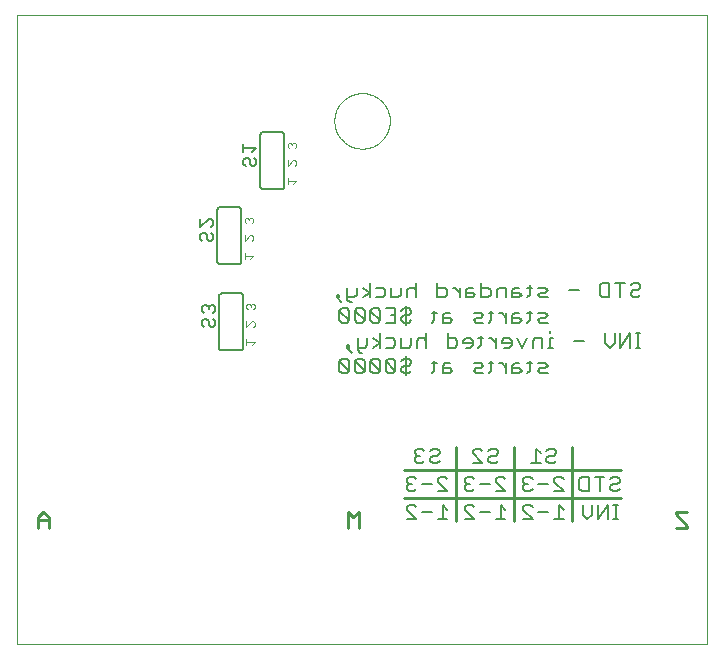
<source format=gbo>
G75*
%MOIN*%
%OFA0B0*%
%FSLAX24Y24*%
%IPPOS*%
%LPD*%
%AMOC8*
5,1,8,0,0,1.08239X$1,22.5*
%
%ADD10C,0.0000*%
%ADD11C,0.0080*%
%ADD12C,0.0100*%
%ADD13C,0.0060*%
%ADD14C,0.0040*%
D10*
X000100Y000100D02*
X000100Y021060D01*
X023100Y021060D01*
X023100Y000100D01*
X000100Y000100D01*
X010671Y017547D02*
X010673Y017607D01*
X010679Y017668D01*
X010689Y017727D01*
X010703Y017786D01*
X010720Y017844D01*
X010741Y017901D01*
X010766Y017956D01*
X010795Y018009D01*
X010827Y018061D01*
X010862Y018110D01*
X010901Y018157D01*
X010942Y018201D01*
X010986Y018242D01*
X011033Y018281D01*
X011082Y018316D01*
X011133Y018348D01*
X011187Y018377D01*
X011242Y018402D01*
X011299Y018423D01*
X011357Y018440D01*
X011416Y018454D01*
X011475Y018464D01*
X011536Y018470D01*
X011596Y018472D01*
X011656Y018470D01*
X011717Y018464D01*
X011776Y018454D01*
X011835Y018440D01*
X011893Y018423D01*
X011950Y018402D01*
X012005Y018377D01*
X012058Y018348D01*
X012110Y018316D01*
X012159Y018281D01*
X012206Y018242D01*
X012250Y018201D01*
X012291Y018157D01*
X012330Y018110D01*
X012365Y018061D01*
X012397Y018010D01*
X012426Y017956D01*
X012451Y017901D01*
X012472Y017844D01*
X012489Y017786D01*
X012503Y017727D01*
X012513Y017668D01*
X012519Y017607D01*
X012521Y017547D01*
X012519Y017487D01*
X012513Y017426D01*
X012503Y017367D01*
X012489Y017308D01*
X012472Y017250D01*
X012451Y017193D01*
X012426Y017138D01*
X012397Y017085D01*
X012365Y017033D01*
X012330Y016984D01*
X012291Y016937D01*
X012250Y016893D01*
X012206Y016852D01*
X012159Y016813D01*
X012110Y016778D01*
X012059Y016746D01*
X012005Y016717D01*
X011950Y016692D01*
X011893Y016671D01*
X011835Y016654D01*
X011776Y016640D01*
X011717Y016630D01*
X011656Y016624D01*
X011596Y016622D01*
X011536Y016624D01*
X011475Y016630D01*
X011416Y016640D01*
X011357Y016654D01*
X011299Y016671D01*
X011242Y016692D01*
X011187Y016717D01*
X011134Y016746D01*
X011082Y016778D01*
X011033Y016813D01*
X010986Y016852D01*
X010942Y016893D01*
X010901Y016937D01*
X010862Y016984D01*
X010827Y017033D01*
X010795Y017084D01*
X010766Y017138D01*
X010741Y017193D01*
X010720Y017250D01*
X010703Y017308D01*
X010689Y017367D01*
X010679Y017426D01*
X010673Y017487D01*
X010671Y017547D01*
D11*
X008060Y016645D02*
X007920Y016505D01*
X007990Y016324D02*
X008060Y016254D01*
X008060Y016114D01*
X007990Y016044D01*
X007920Y016044D01*
X007850Y016114D01*
X007850Y016254D01*
X007780Y016324D01*
X007710Y016324D01*
X007640Y016254D01*
X007640Y016114D01*
X007710Y016044D01*
X007640Y016505D02*
X007640Y016785D01*
X007640Y016645D02*
X008060Y016645D01*
X006553Y014285D02*
X006483Y014285D01*
X006203Y014005D01*
X006203Y014285D01*
X006553Y014285D02*
X006623Y014215D01*
X006623Y014075D01*
X006553Y014005D01*
X006553Y013824D02*
X006623Y013754D01*
X006623Y013614D01*
X006553Y013544D01*
X006483Y013544D01*
X006413Y013614D01*
X006413Y013754D01*
X006343Y013824D01*
X006273Y013824D01*
X006203Y013754D01*
X006203Y013614D01*
X006273Y013544D01*
X006335Y011410D02*
X006265Y011340D01*
X006265Y011200D01*
X006335Y011130D01*
X006335Y010949D02*
X006265Y010879D01*
X006265Y010739D01*
X006335Y010669D01*
X006475Y010739D02*
X006475Y010879D01*
X006405Y010949D01*
X006335Y010949D01*
X006475Y010739D02*
X006545Y010669D01*
X006615Y010669D01*
X006685Y010739D01*
X006685Y010879D01*
X006615Y010949D01*
X006615Y011130D02*
X006685Y011200D01*
X006685Y011340D01*
X006615Y011410D01*
X006545Y011410D01*
X006475Y011340D01*
X006405Y011410D01*
X006335Y011410D01*
X006475Y011340D02*
X006475Y011270D01*
X010743Y011660D02*
X010903Y011500D01*
X010823Y011660D02*
X010743Y011660D01*
X010743Y011740D01*
X010823Y011740D01*
X010823Y011660D01*
X011099Y011660D02*
X011339Y011660D01*
X011419Y011740D01*
X011419Y011980D01*
X011609Y011980D02*
X011849Y011820D01*
X011609Y011660D01*
X011849Y011660D02*
X011849Y012140D01*
X012044Y011980D02*
X012284Y011980D01*
X012364Y011900D01*
X012364Y011740D01*
X012284Y011660D01*
X012044Y011660D01*
X012112Y011300D02*
X011952Y011300D01*
X011872Y011220D01*
X012193Y010900D01*
X012112Y010820D01*
X011952Y010820D01*
X011872Y010900D01*
X011872Y011220D01*
X011677Y011220D02*
X011597Y011300D01*
X011437Y011300D01*
X011357Y011220D01*
X011677Y010900D01*
X011597Y010820D01*
X011437Y010820D01*
X011357Y010900D01*
X011357Y011220D01*
X011161Y011220D02*
X011081Y011300D01*
X010921Y011300D01*
X010841Y011220D01*
X011161Y010900D01*
X011081Y010820D01*
X010921Y010820D01*
X010841Y010900D01*
X010841Y011220D01*
X011179Y011500D02*
X011099Y011580D01*
X011099Y011980D01*
X011179Y011500D02*
X011259Y011500D01*
X011161Y011220D02*
X011161Y010900D01*
X011677Y010900D02*
X011677Y011220D01*
X012112Y011300D02*
X012193Y011220D01*
X012193Y010900D01*
X012388Y010820D02*
X012708Y010820D01*
X012708Y011300D01*
X012388Y011300D01*
X012548Y011060D02*
X012708Y011060D01*
X012904Y010980D02*
X012984Y011060D01*
X013144Y011060D01*
X013224Y011140D01*
X013224Y011220D01*
X013144Y011300D01*
X012984Y011300D01*
X012904Y011220D01*
X013064Y011380D02*
X013064Y010740D01*
X013144Y010820D02*
X012984Y010820D01*
X012904Y010900D01*
X012904Y010980D01*
X013144Y010820D02*
X013224Y010900D01*
X013739Y010460D02*
X013739Y009980D01*
X013739Y010220D02*
X013659Y010300D01*
X013499Y010300D01*
X013419Y010220D01*
X013419Y009980D01*
X013224Y010060D02*
X013224Y010300D01*
X013224Y010060D02*
X013144Y009980D01*
X012904Y009980D01*
X012904Y010300D01*
X012708Y010220D02*
X012708Y010060D01*
X012628Y009980D01*
X012388Y009980D01*
X012193Y009980D02*
X012193Y010460D01*
X012388Y010300D02*
X012628Y010300D01*
X012708Y010220D01*
X012193Y010140D02*
X011952Y010300D01*
X011763Y010300D02*
X011763Y010060D01*
X011683Y009980D01*
X011443Y009980D01*
X011443Y009900D02*
X011523Y009820D01*
X011603Y009820D01*
X011443Y009900D02*
X011443Y010300D01*
X011167Y010060D02*
X011167Y009980D01*
X011087Y009980D01*
X011087Y010060D01*
X011167Y010060D01*
X011087Y009980D02*
X011247Y009820D01*
X011081Y009620D02*
X010921Y009620D01*
X010841Y009540D01*
X011161Y009220D01*
X011081Y009140D01*
X010921Y009140D01*
X010841Y009220D01*
X010841Y009540D01*
X011081Y009620D02*
X011161Y009540D01*
X011161Y009220D01*
X011357Y009220D02*
X011437Y009140D01*
X011597Y009140D01*
X011677Y009220D01*
X011357Y009540D01*
X011357Y009220D01*
X011677Y009220D02*
X011677Y009540D01*
X011597Y009620D01*
X011437Y009620D01*
X011357Y009540D01*
X011872Y009540D02*
X011872Y009220D01*
X011952Y009140D01*
X012112Y009140D01*
X012193Y009220D01*
X011872Y009540D01*
X011952Y009620D01*
X012112Y009620D01*
X012193Y009540D01*
X012193Y009220D01*
X012388Y009220D02*
X012468Y009140D01*
X012628Y009140D01*
X012708Y009220D01*
X012388Y009540D01*
X012388Y009220D01*
X012708Y009220D02*
X012708Y009540D01*
X012628Y009620D01*
X012468Y009620D01*
X012388Y009540D01*
X012904Y009540D02*
X012984Y009620D01*
X013144Y009620D01*
X013224Y009540D01*
X013224Y009460D01*
X013144Y009380D01*
X012984Y009380D01*
X012904Y009300D01*
X012904Y009220D01*
X012984Y009140D01*
X013144Y009140D01*
X013224Y009220D01*
X013064Y009060D02*
X013064Y009700D01*
X013923Y009460D02*
X014083Y009460D01*
X014003Y009540D02*
X014003Y009220D01*
X013923Y009140D01*
X014279Y009140D02*
X014279Y009380D01*
X014359Y009460D01*
X014519Y009460D01*
X014519Y009300D02*
X014279Y009300D01*
X014279Y009140D02*
X014519Y009140D01*
X014599Y009220D01*
X014519Y009300D01*
X015310Y009220D02*
X015390Y009300D01*
X015550Y009300D01*
X015630Y009380D01*
X015550Y009460D01*
X015310Y009460D01*
X015310Y009220D02*
X015390Y009140D01*
X015630Y009140D01*
X015814Y009140D02*
X015894Y009220D01*
X015894Y009540D01*
X015974Y009460D02*
X015814Y009460D01*
X016163Y009460D02*
X016243Y009460D01*
X016404Y009300D01*
X016404Y009140D02*
X016404Y009460D01*
X016599Y009380D02*
X016599Y009140D01*
X016839Y009140D01*
X016919Y009220D01*
X016839Y009300D01*
X016599Y009300D01*
X016599Y009380D02*
X016679Y009460D01*
X016839Y009460D01*
X017103Y009460D02*
X017263Y009460D01*
X017183Y009540D02*
X017183Y009220D01*
X017103Y009140D01*
X017458Y009220D02*
X017538Y009300D01*
X017699Y009300D01*
X017779Y009380D01*
X017699Y009460D01*
X017458Y009460D01*
X017458Y009220D02*
X017538Y009140D01*
X017779Y009140D01*
X017790Y009980D02*
X017951Y009980D01*
X017870Y009980D02*
X017870Y010300D01*
X017951Y010300D01*
X017870Y010460D02*
X017870Y010540D01*
X017779Y010820D02*
X017538Y010820D01*
X017458Y010900D01*
X017538Y010980D01*
X017699Y010980D01*
X017779Y011060D01*
X017699Y011140D01*
X017458Y011140D01*
X017263Y011140D02*
X017103Y011140D01*
X017183Y011220D02*
X017183Y010900D01*
X017103Y010820D01*
X016919Y010900D02*
X016839Y010980D01*
X016599Y010980D01*
X016599Y011060D02*
X016599Y010820D01*
X016839Y010820D01*
X016919Y010900D01*
X016839Y011140D02*
X016679Y011140D01*
X016599Y011060D01*
X016404Y010980D02*
X016243Y011140D01*
X016163Y011140D01*
X015974Y011140D02*
X015814Y011140D01*
X015894Y011220D02*
X015894Y010900D01*
X015814Y010820D01*
X015630Y010820D02*
X015390Y010820D01*
X015310Y010900D01*
X015390Y010980D01*
X015550Y010980D01*
X015630Y011060D01*
X015550Y011140D01*
X015310Y011140D01*
X015292Y011660D02*
X015052Y011660D01*
X015052Y011900D01*
X015132Y011980D01*
X015292Y011980D01*
X015292Y011820D02*
X015052Y011820D01*
X014857Y011820D02*
X014697Y011980D01*
X014616Y011980D01*
X014427Y011900D02*
X014427Y011740D01*
X014347Y011660D01*
X014107Y011660D01*
X014107Y012140D01*
X014107Y011980D02*
X014347Y011980D01*
X014427Y011900D01*
X014857Y011980D02*
X014857Y011660D01*
X015292Y011660D02*
X015372Y011740D01*
X015292Y011820D01*
X015568Y011660D02*
X015568Y012140D01*
X015568Y011980D02*
X015808Y011980D01*
X015888Y011900D01*
X015888Y011740D01*
X015808Y011660D01*
X015568Y011660D01*
X016083Y011660D02*
X016083Y011900D01*
X016163Y011980D01*
X016404Y011980D01*
X016404Y011660D01*
X016599Y011660D02*
X016599Y011900D01*
X016679Y011980D01*
X016839Y011980D01*
X016839Y011820D02*
X016599Y011820D01*
X016599Y011660D02*
X016839Y011660D01*
X016919Y011740D01*
X016839Y011820D01*
X017103Y011660D02*
X017183Y011740D01*
X017183Y012060D01*
X017263Y011980D02*
X017103Y011980D01*
X017458Y011980D02*
X017699Y011980D01*
X017779Y011900D01*
X017699Y011820D01*
X017538Y011820D01*
X017458Y011740D01*
X017538Y011660D01*
X017779Y011660D01*
X018490Y011900D02*
X018810Y011900D01*
X019521Y011740D02*
X019521Y012060D01*
X019601Y012140D01*
X019841Y012140D01*
X019841Y011660D01*
X019601Y011660D01*
X019521Y011740D01*
X020037Y012140D02*
X020357Y012140D01*
X020197Y012140D02*
X020197Y011660D01*
X020552Y011740D02*
X020632Y011660D01*
X020792Y011660D01*
X020873Y011740D01*
X020792Y011900D02*
X020632Y011900D01*
X020552Y011820D01*
X020552Y011740D01*
X020792Y011900D02*
X020873Y011980D01*
X020873Y012060D01*
X020792Y012140D01*
X020632Y012140D01*
X020552Y012060D01*
X020529Y010460D02*
X020208Y009980D01*
X020208Y010460D01*
X020013Y010460D02*
X020013Y010140D01*
X019853Y009980D01*
X019693Y010140D01*
X019693Y010460D01*
X018982Y010220D02*
X018662Y010220D01*
X017607Y010300D02*
X017607Y009980D01*
X017607Y010300D02*
X017367Y010300D01*
X017287Y010220D01*
X017287Y009980D01*
X016931Y009980D02*
X017091Y010300D01*
X016771Y010300D02*
X016931Y009980D01*
X016576Y010060D02*
X016576Y010220D01*
X016495Y010300D01*
X016335Y010300D01*
X016255Y010220D01*
X016255Y010140D01*
X016576Y010140D01*
X016576Y010060D02*
X016495Y009980D01*
X016335Y009980D01*
X016060Y009980D02*
X016060Y010300D01*
X016060Y010140D02*
X015900Y010300D01*
X015820Y010300D01*
X015630Y010300D02*
X015470Y010300D01*
X015550Y010380D02*
X015550Y010060D01*
X015470Y009980D01*
X015286Y010060D02*
X015286Y010220D01*
X015206Y010300D01*
X015046Y010300D01*
X014966Y010220D01*
X014966Y010140D01*
X015286Y010140D01*
X015286Y010060D02*
X015206Y009980D01*
X015046Y009980D01*
X014771Y010060D02*
X014771Y010220D01*
X014691Y010300D01*
X014450Y010300D01*
X014450Y010460D02*
X014450Y009980D01*
X014691Y009980D01*
X014771Y010060D01*
X014519Y010820D02*
X014279Y010820D01*
X014279Y011060D01*
X014359Y011140D01*
X014519Y011140D01*
X014519Y010980D02*
X014279Y010980D01*
X014519Y010980D02*
X014599Y010900D01*
X014519Y010820D01*
X014003Y010900D02*
X014003Y011220D01*
X014083Y011140D02*
X013923Y011140D01*
X014003Y010900D02*
X013923Y010820D01*
X013396Y011660D02*
X013396Y012140D01*
X013316Y011980D02*
X013156Y011980D01*
X013075Y011900D01*
X013075Y011660D01*
X012880Y011740D02*
X012880Y011980D01*
X012880Y011740D02*
X012800Y011660D01*
X012560Y011660D01*
X012560Y011980D01*
X013316Y011980D02*
X013396Y011900D01*
X012193Y010140D02*
X011952Y009980D01*
X013429Y006620D02*
X013349Y006540D01*
X013349Y006460D01*
X013429Y006380D01*
X013349Y006300D01*
X013349Y006220D01*
X013429Y006140D01*
X013589Y006140D01*
X013669Y006220D01*
X013865Y006220D02*
X013945Y006140D01*
X014105Y006140D01*
X014185Y006220D01*
X014105Y006380D02*
X013945Y006380D01*
X013865Y006300D01*
X013865Y006220D01*
X014105Y006380D02*
X014185Y006460D01*
X014185Y006540D01*
X014105Y006620D01*
X013945Y006620D01*
X013865Y006540D01*
X013669Y006540D02*
X013589Y006620D01*
X013429Y006620D01*
X013429Y006380D02*
X013509Y006380D01*
X013324Y005683D02*
X013164Y005683D01*
X013083Y005603D01*
X013083Y005523D01*
X013164Y005443D01*
X013083Y005363D01*
X013083Y005283D01*
X013164Y005203D01*
X013324Y005203D01*
X013404Y005283D01*
X013244Y005443D02*
X013164Y005443D01*
X013404Y005603D02*
X013324Y005683D01*
X013599Y005443D02*
X013919Y005443D01*
X014115Y005523D02*
X014115Y005603D01*
X014195Y005683D01*
X014355Y005683D01*
X014435Y005603D01*
X014115Y005523D02*
X014435Y005203D01*
X014115Y005203D01*
X014275Y004745D02*
X014275Y004265D01*
X014435Y004265D02*
X014115Y004265D01*
X013919Y004505D02*
X013599Y004505D01*
X013404Y004665D02*
X013324Y004745D01*
X013164Y004745D01*
X013083Y004665D01*
X013083Y004585D01*
X013404Y004265D01*
X013083Y004265D01*
X014275Y004745D02*
X014435Y004585D01*
X015021Y004585D02*
X015021Y004665D01*
X015101Y004745D01*
X015261Y004745D01*
X015341Y004665D01*
X015537Y004505D02*
X015857Y004505D01*
X016052Y004265D02*
X016373Y004265D01*
X016212Y004265D02*
X016212Y004745D01*
X016373Y004585D01*
X016958Y004585D02*
X016958Y004665D01*
X017039Y004745D01*
X017199Y004745D01*
X017279Y004665D01*
X017474Y004505D02*
X017794Y004505D01*
X017990Y004265D02*
X018310Y004265D01*
X018150Y004265D02*
X018150Y004745D01*
X018310Y004585D01*
X018310Y005203D02*
X017990Y005203D01*
X017794Y005443D02*
X017474Y005443D01*
X017279Y005603D02*
X017199Y005683D01*
X017039Y005683D01*
X016958Y005603D01*
X016958Y005523D01*
X017039Y005443D01*
X016958Y005363D01*
X016958Y005283D01*
X017039Y005203D01*
X017199Y005203D01*
X017279Y005283D01*
X017119Y005443D02*
X017039Y005443D01*
X016373Y005603D02*
X016292Y005683D01*
X016132Y005683D01*
X016052Y005603D01*
X016052Y005523D01*
X016373Y005203D01*
X016052Y005203D01*
X015857Y005443D02*
X015537Y005443D01*
X015341Y005603D02*
X015261Y005683D01*
X015101Y005683D01*
X015021Y005603D01*
X015021Y005523D01*
X015101Y005443D01*
X015021Y005363D01*
X015021Y005283D01*
X015101Y005203D01*
X015261Y005203D01*
X015341Y005283D01*
X015181Y005443D02*
X015101Y005443D01*
X015287Y006140D02*
X015607Y006140D01*
X015287Y006460D01*
X015287Y006540D01*
X015367Y006620D01*
X015527Y006620D01*
X015607Y006540D01*
X015802Y006540D02*
X015882Y006620D01*
X016042Y006620D01*
X016123Y006540D01*
X016123Y006460D01*
X016042Y006380D01*
X015882Y006380D01*
X015802Y006300D01*
X015802Y006220D01*
X015882Y006140D01*
X016042Y006140D01*
X016123Y006220D01*
X017224Y006140D02*
X017544Y006140D01*
X017384Y006140D02*
X017384Y006620D01*
X017544Y006460D01*
X017740Y006540D02*
X017820Y006620D01*
X017980Y006620D01*
X018060Y006540D01*
X018060Y006460D01*
X017980Y006380D01*
X017820Y006380D01*
X017740Y006300D01*
X017740Y006220D01*
X017820Y006140D01*
X017980Y006140D01*
X018060Y006220D01*
X018070Y005683D02*
X018230Y005683D01*
X018310Y005603D01*
X018070Y005683D02*
X017990Y005603D01*
X017990Y005523D01*
X018310Y005203D01*
X018833Y005283D02*
X018833Y005603D01*
X018914Y005683D01*
X019154Y005683D01*
X019154Y005203D01*
X018914Y005203D01*
X018833Y005283D01*
X018943Y004745D02*
X018943Y004425D01*
X019103Y004265D01*
X019263Y004425D01*
X019263Y004745D01*
X019458Y004745D02*
X019458Y004265D01*
X019779Y004745D01*
X019779Y004265D01*
X019962Y004265D02*
X020123Y004265D01*
X020042Y004265D02*
X020042Y004745D01*
X019962Y004745D02*
X020123Y004745D01*
X020105Y005203D02*
X019945Y005203D01*
X019865Y005283D01*
X019865Y005363D01*
X019945Y005443D01*
X020105Y005443D01*
X020185Y005523D01*
X020185Y005603D01*
X020105Y005683D01*
X019945Y005683D01*
X019865Y005603D01*
X019669Y005683D02*
X019349Y005683D01*
X019509Y005683D02*
X019509Y005203D01*
X020105Y005203D02*
X020185Y005283D01*
X017279Y004265D02*
X016958Y004585D01*
X016958Y004265D02*
X017279Y004265D01*
X015341Y004265D02*
X015021Y004585D01*
X015021Y004265D02*
X015341Y004265D01*
X020529Y009980D02*
X020529Y010460D01*
X020712Y010460D02*
X020873Y010460D01*
X020792Y010460D02*
X020792Y009980D01*
X020712Y009980D02*
X020873Y009980D01*
X016404Y010820D02*
X016404Y011140D01*
D12*
X016663Y006663D02*
X016663Y004225D01*
X014725Y004225D02*
X014725Y006663D01*
X012975Y005913D02*
X020225Y005913D01*
X020225Y004975D02*
X012975Y004975D01*
X011486Y004523D02*
X011486Y003963D01*
X011112Y003963D02*
X011112Y004523D01*
X011299Y004336D01*
X011486Y004523D01*
X018600Y004225D02*
X018600Y006663D01*
X022051Y004523D02*
X022051Y004430D01*
X022425Y004056D01*
X022425Y003963D01*
X022051Y003963D01*
X022051Y004523D02*
X022425Y004523D01*
X001155Y004336D02*
X001155Y003963D01*
X000781Y003963D02*
X000781Y004336D01*
X000968Y004523D01*
X001155Y004336D01*
X001155Y004243D02*
X000781Y004243D01*
D13*
X006925Y009900D02*
X007525Y009900D01*
X007542Y009902D01*
X007559Y009906D01*
X007575Y009913D01*
X007589Y009923D01*
X007602Y009936D01*
X007612Y009950D01*
X007619Y009966D01*
X007623Y009983D01*
X007625Y010000D01*
X007625Y011700D01*
X007623Y011717D01*
X007619Y011734D01*
X007612Y011750D01*
X007602Y011764D01*
X007589Y011777D01*
X007575Y011787D01*
X007559Y011794D01*
X007542Y011798D01*
X007525Y011800D01*
X006925Y011800D01*
X006908Y011798D01*
X006891Y011794D01*
X006875Y011787D01*
X006861Y011777D01*
X006848Y011764D01*
X006838Y011750D01*
X006831Y011734D01*
X006827Y011717D01*
X006825Y011700D01*
X006825Y010000D01*
X006827Y009983D01*
X006831Y009966D01*
X006838Y009950D01*
X006848Y009936D01*
X006861Y009923D01*
X006875Y009913D01*
X006891Y009906D01*
X006908Y009902D01*
X006925Y009900D01*
X006863Y012775D02*
X007463Y012775D01*
X007480Y012777D01*
X007497Y012781D01*
X007513Y012788D01*
X007527Y012798D01*
X007540Y012811D01*
X007550Y012825D01*
X007557Y012841D01*
X007561Y012858D01*
X007563Y012875D01*
X007563Y014575D01*
X007561Y014592D01*
X007557Y014609D01*
X007550Y014625D01*
X007540Y014639D01*
X007527Y014652D01*
X007513Y014662D01*
X007497Y014669D01*
X007480Y014673D01*
X007463Y014675D01*
X006863Y014675D01*
X006846Y014673D01*
X006829Y014669D01*
X006813Y014662D01*
X006799Y014652D01*
X006786Y014639D01*
X006776Y014625D01*
X006769Y014609D01*
X006765Y014592D01*
X006763Y014575D01*
X006763Y012875D01*
X006765Y012858D01*
X006769Y012841D01*
X006776Y012825D01*
X006786Y012811D01*
X006799Y012798D01*
X006813Y012788D01*
X006829Y012781D01*
X006846Y012777D01*
X006863Y012775D01*
X008300Y015275D02*
X008900Y015275D01*
X008917Y015277D01*
X008934Y015281D01*
X008950Y015288D01*
X008964Y015298D01*
X008977Y015311D01*
X008987Y015325D01*
X008994Y015341D01*
X008998Y015358D01*
X009000Y015375D01*
X009000Y017075D01*
X008998Y017092D01*
X008994Y017109D01*
X008987Y017125D01*
X008977Y017139D01*
X008964Y017152D01*
X008950Y017162D01*
X008934Y017169D01*
X008917Y017173D01*
X008900Y017175D01*
X008300Y017175D01*
X008283Y017173D01*
X008266Y017169D01*
X008250Y017162D01*
X008236Y017152D01*
X008223Y017139D01*
X008213Y017125D01*
X008206Y017109D01*
X008202Y017092D01*
X008200Y017075D01*
X008200Y015375D01*
X008202Y015358D01*
X008206Y015341D01*
X008213Y015325D01*
X008223Y015311D01*
X008236Y015298D01*
X008250Y015288D01*
X008266Y015281D01*
X008283Y015277D01*
X008300Y015275D01*
D14*
X009113Y015459D02*
X009113Y015646D01*
X009113Y015553D02*
X009393Y015553D01*
X009299Y015459D01*
X009346Y016049D02*
X009393Y016095D01*
X009393Y016189D01*
X009346Y016235D01*
X009299Y016235D01*
X009113Y016049D01*
X009113Y016235D01*
X009159Y016638D02*
X009113Y016685D01*
X009113Y016778D01*
X009159Y016825D01*
X009206Y016825D01*
X009253Y016778D01*
X009253Y016731D01*
X009253Y016778D02*
X009299Y016825D01*
X009346Y016825D01*
X009393Y016778D01*
X009393Y016685D01*
X009346Y016638D01*
X007909Y014325D02*
X007862Y014325D01*
X007815Y014278D01*
X007768Y014325D01*
X007722Y014325D01*
X007675Y014278D01*
X007675Y014185D01*
X007722Y014138D01*
X007815Y014231D02*
X007815Y014278D01*
X007909Y014325D02*
X007955Y014278D01*
X007955Y014185D01*
X007909Y014138D01*
X007909Y013735D02*
X007862Y013735D01*
X007675Y013549D01*
X007675Y013735D01*
X007909Y013735D02*
X007955Y013689D01*
X007955Y013595D01*
X007909Y013549D01*
X007675Y013146D02*
X007675Y012959D01*
X007675Y013053D02*
X007955Y013053D01*
X007862Y012959D01*
X007831Y011450D02*
X007784Y011450D01*
X007738Y011403D01*
X007738Y011310D01*
X007784Y011263D01*
X007878Y011356D02*
X007878Y011403D01*
X007831Y011450D01*
X007878Y011403D02*
X007924Y011450D01*
X007971Y011450D01*
X008018Y011403D01*
X008018Y011310D01*
X007971Y011263D01*
X007971Y010860D02*
X008018Y010814D01*
X008018Y010720D01*
X007971Y010674D01*
X007971Y010860D02*
X007924Y010860D01*
X007738Y010674D01*
X007738Y010860D01*
X007738Y010271D02*
X007738Y010084D01*
X007738Y010178D02*
X008018Y010178D01*
X007924Y010084D01*
M02*

</source>
